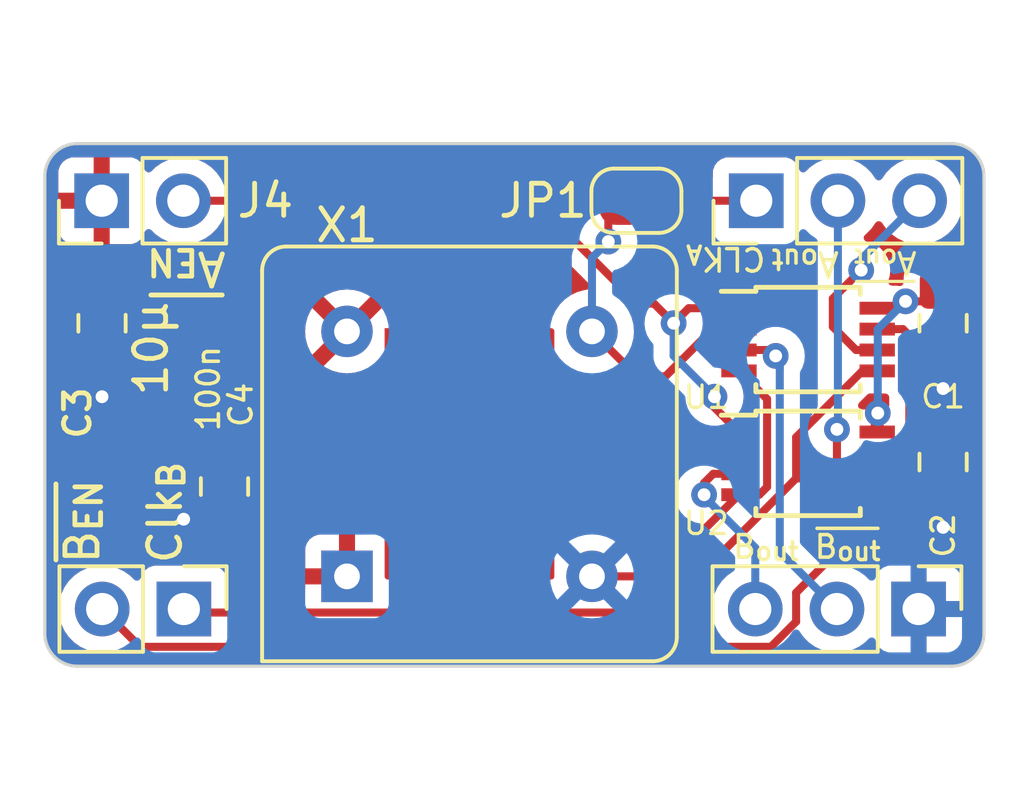
<source format=kicad_pcb>
(kicad_pcb (version 20221018) (generator pcbnew)
  (layers (0 "F.Cu" signal) (31 "B.Cu" signal) (34 "B.Paste" user) (35 "F.Paste" user) (36 "B.SilkS" user "B.Silkscreen") (37 "F.SilkS" user "F.Silkscreen") (38 "B.Mask" user) (39 "F.Mask" user) (44 "Edge.Cuts" user))
  (net 0 "")
  (net 1 "VCC")
  (net 2 "GND")
  (net 3 "/Clk_{A}")
  (net 4 "/A_{out}")
  (net 5 "/~{A_{out}}")
  (net 6 "/Clk_{B}")
  (net 7 "/B_{out}")
  (net 8 "/~{B_{out}}")
  (net 9 "Net-(JP1-B)")
  (net 10 "/Clk_{A}_Enable")
  (net 11 "/Clk_{B}_enable")
  (footprint "Package_SO:TSSOP-8_3x3mm_P0.65mm" (layer "F.Cu") (at 68.952 52.578)
    (fp_text reference "U1" (at -3.166 1.793) (layer "F.SilkS") (effects (font (size 0.7 0.7) (thickness 0.1))))
    (fp_text value "74LVC2G240")
    (fp_line (start -1.625 -1.625) (end -1.625 -1.5) (stroke (width 0.15)) (layer "F.SilkS"))
    (fp_line (start -1.625 -1.625) (end 1.625 -1.625) (stroke (width 0.15)) (layer "F.SilkS"))
    (fp_line (start -1.625 -1.5) (end -2.7 -1.5) (stroke (width 0.15)) (layer "F.SilkS"))
    (fp_line (start -1.625 1.625) (end -1.625 1.4) (stroke (width 0.15)) (layer "F.SilkS"))
    (fp_line (start -1.625 1.625) (end 1.625 1.625) (stroke (width 0.15)) (layer "F.SilkS"))
    (fp_line (start 1.625 -1.625) (end 1.625 -1.4) (stroke (width 0.15)) (layer "F.SilkS"))
    (fp_line (start 1.625 1.625) (end 1.625 1.4) (stroke (width 0.15)) (layer "F.SilkS"))
    (pad "1" smd rect (at -2.15 -0.975) (size 1.1 0.4) (layers "F.Cu" "F.Paste" "F.Mask") (net 10 "/Clk_{A}_Enable"))
    (pad "2" smd rect (at -2.15 -0.325) (size 1.1 0.4) (layers "F.Cu" "F.Paste" "F.Mask") (net 9 "Net-(JP1-B)"))
    (pad "3" smd rect (at -2.15 0.325) (size 1.1 0.4) (layers "F.Cu" "F.Paste" "F.Mask") (net 8 "/~{B_{out}}"))
    (pad "4" smd rect (at -2.15 0.975) (size 1.1 0.4) (layers "F.Cu" "F.Paste" "F.Mask") (net 2 "GND"))
    (pad "5" smd rect (at 2.15 0.975) (size 1.1 0.4) (layers "F.Cu" "F.Paste" "F.Mask") (net 6 "/Clk_{B}"))
    (pad "6" smd rect (at 2.15 0.325) (size 1.1 0.4) (layers "F.Cu" "F.Paste" "F.Mask") (net 5 "/~{A_{out}}"))
    (pad "7" smd rect (at 2.15 -0.325) (size 1.1 0.4) (layers "F.Cu" "F.Paste" "F.Mask") (net 11 "/Clk_{B}_enable"))
    (pad "8" smd rect (at 2.15 -0.975) (size 1.1 0.4) (layers "F.Cu" "F.Paste" "F.Mask") (net 1 "VCC"))
  )
  (footprint "Capacitor_SMD:C_0805_2012Metric_Pad1.18x1.45mm_HandSolder" (layer "F.Cu") (at 50.8 57.15 -90)
    (fp_text reference "C4" (at -2.54 -0.508 90) (layer "F.SilkS") (effects (font (size 0.7 0.7) (thickness 0.11))))
    (fp_text value "100n" (at -3.048 0.508 -90) (layer "F.SilkS") (effects (font (size 0.7 0.7) (thickness 0.11))))
    (fp_line (start -0.261252 -0.735) (end 0.261252 -0.735) (stroke (width 0.12)) (layer "F.SilkS"))
    (fp_line (start -0.261252 0.735) (end 0.261252 0.735) (stroke (width 0.12)) (layer "F.SilkS"))
    (pad "1" smd roundrect (at -1.0375 0 270) (size 1.175 1.45) (layers "F.Cu" "F.Paste" "F.Mask") (roundrect_rratio 0.212766) (net 1 "VCC"))
    (pad "2" smd roundrect (at 1.0375 0 270) (size 1.175 1.45) (layers "F.Cu" "F.Paste" "F.Mask") (roundrect_rratio 0.212766) (net 2 "GND"))
  )
  (footprint "Connector_PinHeader_2.54mm:PinHeader_1x03_P2.54mm_Vertical" (layer "F.Cu") (at 67.34 48.26 90)
    (fp_text reference "J3" hide)
    (fp_text value "Conn_01x03_Pin")
    (fp_line (start -1.33 -1.33) (end 0 -1.33) (stroke (width 0.12)) (layer "F.SilkS"))
    (fp_line (start -1.33 0) (end -1.33 -1.33) (stroke (width 0.12)) (layer "F.SilkS"))
    (fp_line (start -1.33 1.27) (end -1.33 6.41) (stroke (width 0.12)) (layer "F.SilkS"))
    (fp_line (start -1.33 1.27) (end 1.33 1.27) (stroke (width 0.12)) (layer "F.SilkS"))
    (fp_line (start -1.33 6.41) (end 1.33 6.41) (stroke (width 0.12)) (layer "F.SilkS"))
    (fp_line (start 1.33 1.27) (end 1.33 6.41) (stroke (width 0.12)) (layer "F.SilkS"))
    (pad "1" thru_hole rect (at 0 0 90) (size 1.7 1.7) (drill 1) (layers "*.Cu" "*.Mask") (net 3 "/Clk_{A}"))
    (pad "2" thru_hole oval (at 0 2.54 90) (size 1.7 1.7) (drill 1) (layers "*.Cu" "*.Mask") (net 4 "/A_{out}"))
    (pad "3" thru_hole oval (at 0 5.08 90) (size 1.7 1.7) (drill 1) (layers "*.Cu" "*.Mask") (net 5 "/~{A_{out}}"))
  )
  (footprint "Capacitor_SMD:C_0805_2012Metric_Pad1.18x1.45mm_HandSolder" (layer "F.Cu") (at 73.152 52.07 -90)
    (fp_text reference "C1" (at 2.286 0 180) (layer "F.SilkS") (effects (font (size 0.7 0.7) (thickness 0.1))))
    (fp_text value "100n")
    (fp_line (start -0.261252 -0.735) (end 0.261252 -0.735) (stroke (width 0.12)) (layer "F.SilkS"))
    (fp_line (start -0.261252 0.735) (end 0.261252 0.735) (stroke (width 0.12)) (layer "F.SilkS"))
    (pad "1" smd roundrect (at -1.0375 0 270) (size 1.175 1.45) (layers "F.Cu" "F.Paste" "F.Mask") (roundrect_rratio 0.212766) (net 1 "VCC"))
    (pad "2" smd roundrect (at 1.0375 0 270) (size 1.175 1.45) (layers "F.Cu" "F.Paste" "F.Mask") (roundrect_rratio 0.212766) (net 2 "GND"))
  )
  (footprint "Jumper:SolderJumper-2_P1.3mm_Open_RoundedPad1.0x1.5mm" (layer "F.Cu") (at 63.612 48.26 180)
    (fp_text reference "JP1" (at 2.906 0) (layer "F.SilkS"))
    (fp_text value "Jumper_2_Open")
    (fp_line (start -1.4 0.3) (end -1.4 -0.3) (stroke (width 0.12)) (layer "F.SilkS"))
    (fp_line (start -0.7 -1) (end 0.7 -1) (stroke (width 0.12)) (layer "F.SilkS"))
    (fp_line (start 0.7 1) (end -0.7 1) (stroke (width 0.12)) (layer "F.SilkS"))
    (fp_line (start 1.4 -0.3) (end 1.4 0.3) (stroke (width 0.12)) (layer "F.SilkS"))
    (fp_arc (start -1.4 -0.3) (mid -1.194975 -0.794975) (end -0.7 -1) (stroke (width 0.12)) (layer "F.SilkS"))
    (fp_arc (start -0.7 1) (mid -1.194975 0.794975) (end -1.4 0.3) (stroke (width 0.12)) (layer "F.SilkS"))
    (fp_arc (start 0.7 -1) (mid 1.194975 -0.794975) (end 1.4 -0.3) (stroke (width 0.12)) (layer "F.SilkS"))
    (fp_arc (start 1.4 0.3) (mid 1.194975 0.794975) (end 0.7 1) (stroke (width 0.12)) (layer "F.SilkS"))
    (pad "1" smd custom (at -0.65 0 180) (size 1 0.5) (layers "F.Cu" "F.Mask") (net 3 "/Clk_{A}") (options (clearance outline) (anchor rect)) (primitives (gr_circle (center 0 0.25) (end 0.5 0.25) (width 0) (fill yes)) (gr_circle (center 0 -0.25) (end 0.5 -0.25) (width 0) (fill yes)) (gr_poly (pts (xy 0.5 0.75) (xy 0 0.75) (xy 0 -0.75) (xy 0.5 -0.75)) (width 0) (fill yes))))
    (pad "2" smd custom (at 0.65 0 180) (size 1 0.5) (layers "F.Cu" "F.Mask") (net 9 "Net-(JP1-B)") (options (clearance outline) (anchor rect)) (primitives (gr_circle (center 0 0.25) (end 0.5 0.25) (width 0) (fill yes)) (gr_circle (center 0 -0.25) (end 0.5 -0.25) (width 0) (fill yes)) (gr_poly (pts (xy 0 0.75) (xy -0.5 0.75) (xy -0.5 -0.75) (xy 0 -0.75)) (width 0) (fill yes))))
  )
  (footprint "Connector_PinHeader_2.54mm:PinHeader_1x02_P2.54mm_Vertical" (layer "F.Cu") (at 49.535 60.96 -90)
    (fp_text reference "J5" hide)
    (fp_text value "Conn_01x02_Pin")
    (fp_line (start -1.33 -1.33) (end 0 -1.33) (stroke (width 0.12)) (layer "F.SilkS"))
    (fp_line (start -1.33 0) (end -1.33 -1.33) (stroke (width 0.12)) (layer "F.SilkS"))
    (fp_line (start -1.33 1.27) (end -1.33 3.87) (stroke (width 0.12)) (layer "F.SilkS"))
    (fp_line (start -1.33 1.27) (end 1.33 1.27) (stroke (width 0.12)) (layer "F.SilkS"))
    (fp_line (start -1.33 3.87) (end 1.33 3.87) (stroke (width 0.12)) (layer "F.SilkS"))
    (fp_line (start 1.33 1.27) (end 1.33 3.87) (stroke (width 0.12)) (layer "F.SilkS"))
    (pad "1" thru_hole rect (at 0 0 270) (size 1.7 1.7) (drill 1) (layers "*.Cu" "*.Mask") (net 6 "/Clk_{B}"))
    (pad "2" thru_hole oval (at 0 2.54 270) (size 1.7 1.7) (drill 1) (layers "*.Cu" "*.Mask") (net 11 "/Clk_{B}_enable"))
  )
  (footprint "Capacitor_SMD:C_0805_2012Metric_Pad1.18x1.45mm_HandSolder" (layer "F.Cu") (at 73.152 56.388 90)
    (fp_text reference "C2" (at -2.286 0 90) (layer "F.SilkS") (effects (font (size 0.7 0.7) (thickness 0.11))))
    (fp_text value "100n")
    (fp_line (start -0.261252 -0.735) (end 0.261252 -0.735) (stroke (width 0.12)) (layer "F.SilkS"))
    (fp_line (start -0.261252 0.735) (end 0.261252 0.735) (stroke (width 0.12)) (layer "F.SilkS"))
    (pad "1" smd roundrect (at -1.0375 0 90) (size 1.175 1.45) (layers "F.Cu" "F.Paste" "F.Mask") (roundrect_rratio 0.212766) (net 2 "GND"))
    (pad "2" smd roundrect (at 1.0375 0 90) (size 1.175 1.45) (layers "F.Cu" "F.Paste" "F.Mask") (roundrect_rratio 0.212766) (net 1 "VCC"))
  )
  (footprint "Package_SO:TSSOP-8_3x3mm_P0.65mm" (layer "F.Cu") (at 68.952 56.429)
    (fp_text reference "U2" (at -3.166 1.864 180) (layer "F.SilkS") (effects (font (size 0.7 0.7) (thickness 0.1) bold)))
    (fp_text value "74LVC2G125")
    (fp_line (start -1.625 -1.625) (end -1.625 -1.5) (stroke (width 0.15)) (layer "F.SilkS"))
    (fp_line (start -1.625 -1.625) (end 1.625 -1.625) (stroke (width 0.15)) (layer "F.SilkS"))
    (fp_line (start -1.625 -1.5) (end -2.7 -1.5) (stroke (width 0.15)) (layer "F.SilkS"))
    (fp_line (start -1.625 1.625) (end -1.625 1.4) (stroke (width 0.15)) (layer "F.SilkS"))
    (fp_line (start -1.625 1.625) (end 1.625 1.625) (stroke (width 0.15)) (layer "F.SilkS"))
    (fp_line (start 1.625 -1.625) (end 1.625 -1.4) (stroke (width 0.15)) (layer "F.SilkS"))
    (fp_line (start 1.625 1.625) (end 1.625 1.4) (stroke (width 0.15)) (layer "F.SilkS"))
    (pad "1" smd rect (at -2.15 -0.975) (size 1.1 0.4) (layers "F.Cu" "F.Paste" "F.Mask") (net 10 "/Clk_{A}_Enable"))
    (pad "2" smd rect (at -2.15 -0.325) (size 1.1 0.4) (layers "F.Cu" "F.Paste" "F.Mask") (net 9 "Net-(JP1-B)"))
    (pad "3" smd rect (at -2.15 0.325) (size 1.1 0.4) (layers "F.Cu" "F.Paste" "F.Mask") (net 7 "/B_{out}"))
    (pad "4" smd rect (at -2.15 0.975) (size 1.1 0.4) (layers "F.Cu" "F.Paste" "F.Mask") (net 2 "GND"))
    (pad "5" smd rect (at 2.15 0.975) (size 1.1 0.4) (layers "F.Cu" "F.Paste" "F.Mask") (net 6 "/Clk_{B}"))
    (pad "6" smd rect (at 2.15 0.325) (size 1.1 0.4) (layers "F.Cu" "F.Paste" "F.Mask") (net 4 "/A_{out}"))
    (pad "7" smd rect (at 2.15 -0.325) (size 1.1 0.4) (layers "F.Cu" "F.Paste" "F.Mask") (net 11 "/Clk_{B}_enable"))
    (pad "8" smd rect (at 2.15 -0.975) (size 1.1 0.4) (layers "F.Cu" "F.Paste" "F.Mask") (net 1 "VCC"))
  )
  (footprint "Oscillator:Oscillator_DIP-8" (layer "F.Cu") (at 54.61 59.944)
    (fp_text reference "X1" (at 0 -10.922) (layer "F.SilkS"))
    (fp_text value "CXO_DIP8")
    (fp_line (start -2.64 -9.51) (end -2.64 2.64) (stroke (width 0.12)) (layer "F.SilkS"))
    (fp_line (start -2.64 2.64) (end 9.51 2.64) (stroke (width 0.12)) (layer "F.SilkS"))
    (fp_line (start 9.51 -10.26) (end -1.89 -10.26) (stroke (width 0.12)) (layer "F.SilkS"))
    (fp_line (start 10.26 1.89) (end 10.26 -9.51) (stroke (width 0.12)) (layer "F.SilkS"))
    (fp_arc (start -2.64 -9.51) (mid -2.42033 -10.04033) (end -1.89 -10.26) (stroke (width 0.12)) (layer "F.SilkS"))
    (fp_arc (start 9.51 -10.26) (mid 10.04033 -10.04033) (end 10.26 -9.51) (stroke (width 0.12)) (layer "F.SilkS"))
    (fp_arc (start 10.26 1.89) (mid 10.04033 2.42033) (end 9.51 2.64) (stroke (width 0.12)) (layer "F.SilkS"))
    (pad "1" thru_hole rect (at 0 0) (size 1.6 1.6) (drill 0.8) (layers "*.Cu" "*.Mask") (net 1 "VCC"))
    (pad "4" thru_hole circle (at 7.62 0) (size 1.6 1.6) (drill 0.8) (layers "*.Cu" "*.Mask") (net 2 "GND"))
    (pad "5" thru_hole circle (at 7.62 -7.62) (size 1.6 1.6) (drill 0.8) (layers "*.Cu" "*.Mask") (net 9 "Net-(JP1-B)"))
    (pad "8" thru_hole circle (at 0 -7.62) (size 1.6 1.6) (drill 0.8) (layers "*.Cu" "*.Mask") (net 1 "VCC"))
  )
  (footprint "Connector_PinHeader_2.54mm:PinHeader_1x03_P2.54mm_Vertical" (layer "F.Cu") (at 72.39 60.96 -90)
    (fp_text reference "J6" hide)
    (fp_text value "Conn_01x03_Pin")
    (fp_line (start -1.33 -1.33) (end 0 -1.33) (stroke (width 0.12)) (layer "F.SilkS"))
    (fp_line (start -1.33 0) (end -1.33 -1.33) (stroke (width 0.12)) (layer "F.SilkS"))
    (fp_line (start -1.33 1.27) (end -1.33 6.41) (stroke (width 0.12)) (layer "F.SilkS"))
    (fp_line (start -1.33 1.27) (end 1.33 1.27) (stroke (width 0.12)) (layer "F.SilkS"))
    (fp_line (start -1.33 6.41) (end 1.33 6.41) (stroke (width 0.12)) (layer "F.SilkS"))
    (fp_line (start 1.33 1.27) (end 1.33 6.41) (stroke (width 0.12)) (layer "F.SilkS"))
    (pad "1" thru_hole rect (at 0 0 270) (size 1.7 1.7) (drill 1) (layers "*.Cu" "*.Mask") (net 2 "GND"))
    (pad "2" thru_hole oval (at 0 2.54 270) (size 1.7 1.7) (drill 1) (layers "*.Cu" "*.Mask") (net 8 "/~{B_{out}}"))
    (pad "3" thru_hole oval (at 0 5.08 270) (size 1.7 1.7) (drill 1) (layers "*.Cu" "*.Mask") (net 7 "/B_{out}"))
  )
  (footprint "Capacitor_SMD:C_0805_2012Metric_Pad1.18x1.45mm_HandSolder" (layer "F.Cu") (at 46.99 52.07 -90)
    (fp_text reference "C3" (at 2.794 0.762 90) (layer "F.SilkS") (effects (font (size 0.8 0.8))))
    (fp_text value "10µ" (at 0.762 -1.524 90) (layer "F.SilkS"))
    (fp_line (start -0.261252 -0.735) (end 0.261252 -0.735) (stroke (width 0.12)) (layer "F.SilkS"))
    (fp_line (start -0.261252 0.735) (end 0.261252 0.735) (stroke (width 0.12)) (layer "F.SilkS"))
    (pad "1" smd roundrect (at -1.0375 0 270) (size 1.175 1.45) (layers "F.Cu" "F.Paste" "F.Mask") (roundrect_rratio 0.212766) (net 1 "VCC"))
    (pad "2" smd roundrect (at 1.0375 0 270) (size 1.175 1.45) (layers "F.Cu" "F.Paste" "F.Mask") (roundrect_rratio 0.212766) (net 2 "GND"))
  )
  (footprint "Connector_PinHeader_2.54mm:PinHeader_1x02_P2.54mm_Vertical" (layer "F.Cu") (at 46.98 48.26 90)
    (fp_text reference "J4" (at 0 5.09 180) (layer "F.SilkS"))
    (fp_text value "Conn_01x02_Pin")
    (fp_line (start -1.33 -1.33) (end 0 -1.33) (stroke (width 0.12)) (layer "F.SilkS"))
    (fp_line (start -1.33 0) (end -1.33 -1.33) (stroke (width 0.12)) (layer "F.SilkS"))
    (fp_line (start -1.33 1.27) (end -1.33 3.87) (stroke (width 0.12)) (layer "F.SilkS"))
    (fp_line (start -1.33 1.27) (end 1.33 1.27) (stroke (width 0.12)) (layer "F.SilkS"))
    (fp_line (start -1.33 3.87) (end 1.33 3.87) (stroke (width 0.12)) (layer "F.SilkS"))
    (fp_line (start 1.33 1.27) (end 1.33 3.87) (stroke (width 0.12)) (layer "F.SilkS"))
    (pad "1" thru_hole rect (at 0 0 90) (size 1.7 1.7) (drill 1) (layers "*.Cu" "*.Mask") (net 1 "VCC"))
    (pad "2" thru_hole oval (at 0 2.54 90) (size 1.7 1.7) (drill 1) (layers "*.Cu" "*.Mask") (net 10 "/Clk_{A}_Enable"))
  )
  (gr_rect (start 55.88 52.324) (end 60.96 59.944) (stroke (width 0.2)) (fill none) (layer "F.Cu"))
  (gr_arc (start 74.422 61.722) (mid 74.12442 62.44042) (end 73.406 62.738) (stroke (width 0.1)) (layer "Edge.Cuts"))
  (gr_line (start 46.228 46.482) (end 73.406 46.482) (stroke (width 0.1)) (layer "Edge.Cuts"))
  (gr_line (start 45.212 61.722) (end 45.212 47.498) (stroke (width 0.1)) (layer "Edge.Cuts"))
  (gr_line (start 74.422 47.498) (end 74.422 61.722) (stroke (width 0.1)) (layer "Edge.Cuts"))
  (gr_line (start 73.406 62.738) (end 46.228 62.738) (stroke (width 0.1)) (layer "Edge.Cuts"))
  (gr_arc (start 45.212 47.498) (mid 45.50958 46.77958) (end 46.228 46.482) (stroke (width 0.1)) (layer "Edge.Cuts"))
  (gr_arc (start 46.228 62.738) (mid 45.50958 62.44042) (end 45.212 61.722) (stroke (width 0.1)) (layer "Edge.Cuts"))
  (gr_arc (start 73.406 46.482) (mid 74.12442 46.77958) (end 74.422 47.498) (stroke (width 0.1)) (layer "Edge.Cuts"))
  (gr_text "~{B_{EN}}" (at 46.965 59.63 90) (layer "F.SilkS") (effects (font (size 1 1)) (justify left bottom)))
  (gr_text "Clk_{B}" (at 49.535 59.63 90) (layer "F.SilkS") (effects (font (size 1 1)) (justify left bottom)))
  (gr_text "~{A_{EN}}" (at 50.927 49.784 180) (layer "F.SilkS") (effects (font (size 1 1)) (justify left bottom)))
  (gr_text "B_{out}" (at 66.548 59.436) (layer "F.SilkS") (effects (font (size 0.7 0.7) (thickness 0.11)) (justify left bottom)))
  (gr_text "A_{out}" (at 69.977 49.784 180) (layer "F.SilkS") (effects (font (size 0.75 0.75) (thickness 0.11)) (justify left bottom)))
  (gr_text "~{A_{out}}" (at 72.39 49.784 180) (layer "F.SilkS") (effects (font (size 0.7 0.7) (thickness 0.1) bold) (justify left bottom)))
  (gr_text "CLK_{A}" (at 67.691 49.657 180) (layer "F.SilkS") (effects (font (size 0.7 0.7) (thickness 0.11)) (justify left bottom)))
  (gr_text "~{B_{out}}" (at 69.088 59.436) (layer "F.SilkS") (effects (font (size 0.7 0.7) (thickness 0.11)) (justify left bottom)))
  (segment (start 74.202 54.3005) (end 74.202 52.0825) (width 0.25) (layer "F.Cu") (net 1))
  (segment (start 71.102 54.882) (end 71.12 54.864) (width 0.25) (layer "F.Cu") (net 1))
  (segment (start 71.102 55.454) (end 71.102 54.882) (width 0.25) (layer "F.Cu") (net 1))
  (segment (start 73.152 55.3505) (end 74.202 54.3005) (width 0.25) (layer "F.Cu") (net 1))
  (segment (start 74.202 52.0825) (end 73.152 51.0325) (width 0.25) (layer "F.Cu") (net 1))
  (segment (start 72.795455 51.389045) (end 73.152 51.0325) (width 0.25) (layer "F.Cu") (net 1))
  (segment (start 71.983688 51.389045) (end 72.795455 51.389045) (width 0.25) (layer "F.Cu") (net 1))
  (via (at 71.12 54.864) (size 0.8) (drill 0.4) (layers "F.Cu" "B.Cu") (net 1))
  (via (at 71.983688 51.389045) (size 0.8) (drill 0.4) (layers "F.Cu" "B.Cu") (net 1))
  (segment (start 71.12 54.864) (end 71.12 52.252733) (width 0.25) (layer "B.Cu") (net 1))
  (segment (start 71.12 52.252733) (end 71.983688 51.389045) (width 0.25) (layer "B.Cu") (net 1))
  (segment (start 67.677 54.428) (end 66.802 53.553) (width 0.25) (layer "F.Cu") (net 2))
  (segment (start 46.99 53.1075) (end 46.99 54.356) (width 0.25) (layer "F.Cu") (net 2))
  (segment (start 64.262 59.944) (end 62.23 59.944) (width 0.25) (layer "F.Cu") (net 2))
  (segment (start 66.802 57.404) (end 64.262 59.944) (width 0.25) (layer "F.Cu") (net 2))
  (segment (start 73.152 57.4255) (end 73.152 58.42) (width 0.25) (layer "F.Cu") (net 2))
  (segment (start 67.677 57.162604) (end 67.677 54.428) (width 0.25) (layer "F.Cu") (net 2))
  (segment (start 73.152 53.1075) (end 73.152 54.102) (width 0.25) (layer "F.Cu") (net 2))
  (segment (start 49.5515 58.1875) (end 49.53 58.166) (width 0.25) (layer "F.Cu") (net 2))
  (segment (start 50.8 58.1875) (end 49.5515 58.1875) (width 0.25) (layer "F.Cu") (net 2))
  (segment (start 66.802 57.404) (end 67.435604 57.404) (width 0.25) (layer "F.Cu") (net 2))
  (segment (start 67.435604 57.404) (end 67.677 57.162604) (width 0.25) (layer "F.Cu") (net 2))
  (via (at 46.99 54.356) (size 0.8) (drill 0.4) (layers "F.Cu" "B.Cu") (net 2))
  (via (at 73.152 54.102) (size 0.8) (drill 0.4) (layers "F.Cu" "B.Cu") (net 2))
  (via (at 73.152 58.42) (size 0.8) (drill 0.4) (layers "F.Cu" "B.Cu") (net 2))
  (via (at 49.53 58.166) (size 0.8) (drill 0.4) (layers "F.Cu" "B.Cu") (net 2))
  (segment (start 64.262 48.26) (end 67.34 48.26) (width 0.25) (layer "F.Cu") (net 3))
  (segment (start 70.302 56.754) (end 71.102 56.754) (width 0.25) (layer "F.Cu") (net 4))
  (segment (start 69.85 55.372) (end 69.85 56.302) (width 0.25) (layer "F.Cu") (net 4))
  (segment (start 69.85 56.302) (end 70.302 56.754) (width 0.25) (layer "F.Cu") (net 4))
  (via (at 69.85 55.372) (size 0.8) (drill 0.4) (layers "F.Cu" "B.Cu") (net 4))
  (segment (start 69.88 48.26) (end 69.88 55.342) (width 0.25) (layer "B.Cu") (net 4))
  (segment (start 69.88 55.342) (end 69.85 55.372) (width 0.25) (layer "B.Cu") (net 4))
  (segment (start 69.723 51.3005) (end 69.723 52.182) (width 0.25) (layer "F.Cu") (net 5))
  (segment (start 69.723 52.182) (end 70.444 52.903) (width 0.25) (layer "F.Cu") (net 5))
  (segment (start 70.444 52.903) (end 71.102 52.903) (width 0.25) (layer "F.Cu") (net 5))
  (segment (start 70.6045 50.419) (end 69.723 51.3005) (width 0.25) (layer "F.Cu") (net 5))
  (via (at 70.6045 50.419) (size 0.8) (drill 0.4) (layers "F.Cu" "B.Cu") (net 5))
  (segment (start 72.42 48.26) (end 70.6045 50.0755) (width 0.25) (layer "B.Cu") (net 5))
  (segment (start 70.6045 50.0755) (end 70.6045 50.419) (width 0.25) (layer "B.Cu") (net 5))
  (segment (start 70.643695 53.553) (end 71.102 53.553) (width 0.25) (layer "F.Cu") (net 6))
  (segment (start 68.58 56.896) (end 68.58 55.616695) (width 0.25) (layer "F.Cu") (net 6))
  (segment (start 49.644 61.069) (end 64.407 61.069) (width 0.25) (layer "F.Cu") (net 6))
  (segment (start 68.58 55.616695) (end 70.643695 53.553) (width 0.25) (layer "F.Cu") (net 6))
  (segment (start 68.58 56.896) (end 69.342 56.896) (width 0.25) (layer "F.Cu") (net 6))
  (segment (start 69.85 57.404) (end 71.102 57.404) (width 0.25) (layer "F.Cu") (net 6))
  (segment (start 64.407 61.069) (end 68.58 56.896) (width 0.25) (layer "F.Cu") (net 6))
  (segment (start 69.342 56.896) (end 69.85 57.404) (width 0.25) (layer "F.Cu") (net 6))
  (segment (start 49.535 60.96) (end 49.644 61.069) (width 0.25) (layer "F.Cu") (net 6))
  (segment (start 65.717911 57.404) (end 65.717911 57.038089) (width 0.25) (layer "F.Cu") (net 7))
  (segment (start 66.002 56.754) (end 66.802 56.754) (width 0.25) (layer "F.Cu") (net 7))
  (segment (start 65.717911 57.038089) (end 66.002 56.754) (width 0.25) (layer "F.Cu") (net 7))
  (segment (start 66.785521 56.770479) (end 66.802 56.754) (width 0.25) (layer "F.Cu") (net 7))
  (via (at 65.717911 57.404) (size 0.8) (drill 0.4) (layers "F.Cu" "B.Cu") (net 7))
  (segment (start 65.717911 57.404) (end 65.717911 57.462911) (width 0.25) (layer "B.Cu") (net 7))
  (segment (start 65.717911 57.462911) (end 67.31 59.055) (width 0.25) (layer "B.Cu") (net 7))
  (segment (start 67.31 59.055) (end 67.31 60.96) (width 0.25) (layer "B.Cu") (net 7))
  (segment (start 67.762 52.903) (end 66.802 52.903) (width 0.25) (layer "F.Cu") (net 8))
  (segment (start 67.945 53.086) (end 67.762 52.903) (width 0.25) (layer "F.Cu") (net 8))
  (via (at 67.945 53.086) (size 0.8) (drill 0.4) (layers "F.Cu" "B.Cu") (net 8))
  (segment (start 68.072 53.213) (end 67.945 53.086) (width 0.25) (layer "B.Cu") (net 8))
  (segment (start 68.072 53.467) (end 68.072 53.213) (width 0.25) (layer "B.Cu") (net 8))
  (segment (start 69.85 60.96) (end 68.072 59.182) (width 0.25) (layer "B.Cu") (net 8))
  (segment (start 68.072 59.182) (end 68.072 53.467) (width 0.25) (layer "B.Cu") (net 8))
  (segment (start 64.77 54.864) (end 64.0715 54.1655) (width 0.25) (layer "F.Cu") (net 9))
  (segment (start 62.738 48.484) (end 62.962 48.26) (width 0.25) (layer "F.Cu") (net 9))
  (segment (start 66.802 56.104) (end 66.002 56.104) (width 0.25) (layer "F.Cu") (net 9))
  (segment (start 66.002 56.104) (end 64.77 54.872) (width 0.25) (layer "F.Cu") (net 9))
  (segment (start 63.627 53.721) (end 62.23 52.324) (width 0.25) (layer "F.Cu") (net 9))
  (segment (start 65.984 52.253) (end 64.516 53.721) (width 0.25) (layer "F.Cu") (net 9))
  (segment (start 64.516 53.721) (end 63.627 53.721) (width 0.25) (layer "F.Cu") (net 9))
  (segment (start 62.738 49.53) (end 62.738 48.484) (width 0.25) (layer "F.Cu") (net 9))
  (segment (start 64.77 54.872) (end 64.77 54.864) (width 0.25) (layer "F.Cu") (net 9))
  (segment (start 66.802 52.253) (end 65.984 52.253) (width 0.25) (layer "F.Cu") (net 9))
  (segment (start 64.0715 54.1655) (end 63.627 53.721) (width 0.25) (layer "F.Cu") (net 9))
  (via (at 62.738 49.53) (size 0.8) (drill 0.4) (layers "F.Cu" "B.Cu") (net 9))
  (segment (start 62.23 50.038) (end 62.738 49.53) (width 0.25) (layer "B.Cu") (net 9))
  (segment (start 62.23 52.324) (end 62.23 50.038) (width 0.25) (layer "B.Cu") (net 9))
  (segment (start 66.04 54.356) (end 66.04 54.692) (width 0.25) (layer "F.Cu") (net 10))
  (segment (start 61.468 49.276) (end 61.468 49.285305) (width 0.25) (layer "F.Cu") (net 10))
  (segment (start 61.468 49.285305) (end 63.643695 51.461) (width 0.25) (layer "F.Cu") (net 10))
  (segment (start 60.452 48.26) (end 61.468 49.276) (width 0.25) (layer "F.Cu") (net 10))
  (segment (start 64.77 52.07) (end 65.237 51.603) (width 0.25) (layer "F.Cu") (net 10))
  (segment (start 63.643695 51.461) (end 64.161 51.461) (width 0.25) (layer "F.Cu") (net 10))
  (segment (start 65.237 51.603) (end 66.802 51.603) (width 0.25) (layer "F.Cu") (net 10))
  (segment (start 66.04 54.692) (end 66.802 55.454) (width 0.25) (layer "F.Cu") (net 10))
  (segment (start 64.161 51.461) (end 64.77 52.07) (width 0.25) (layer "F.Cu") (net 10))
  (segment (start 49.52 48.26) (end 60.452 48.26) (width 0.25) (layer "F.Cu") (net 10))
  (via (at 64.77 52.07) (size 0.8) (drill 0.4) (layers "F.Cu" "B.Cu") (net 10))
  (via (at 66.04 54.356) (size 0.8) (drill 0.4) (layers "F.Cu" "B.Cu") (net 10))
  (segment (start 64.77 53.086) (end 66.04 54.356) (width 0.25) (layer "B.Cu") (net 10))
  (segment (start 64.77 52.07) (end 64.77 53.086) (width 0.25) (layer "B.Cu") (net 10))
  (segment (start 46.995 60.96) (end 48.17 62.135) (width 0.25) (layer "F.Cu") (net 11))
  (segment (start 71.977 57.929) (end 72.102 57.804) (width 0.25) (layer "F.Cu") (net 11))
  (segment (start 67.796701 62.135) (end 68.58 61.351701) (width 0.25) (layer "F.Cu") (net 11))
  (segment (start 68.58 60.452) (end 71.103 57.929) (width 0.25) (layer "F.Cu") (net 11))
  (segment (start 72.102 56.304) (end 71.902 56.104) (width 0.25) (layer "F.Cu") (net 11))
  (segment (start 72.102 52.453) (end 71.902 52.253) (width 0.25) (layer "F.Cu") (net 11))
  (segment (start 71.902 56.104) (end 72.102 55.904) (width 0.25) (layer "F.Cu") (net 11))
  (segment (start 72.102 55.904) (end 72.102 52.453) (width 0.25) (layer "F.Cu") (net 11))
  (segment (start 71.103 57.929) (end 71.977 57.929) (width 0.25) (layer "F.Cu") (net 11))
  (segment (start 68.58 61.351701) (end 68.58 60.452) (width 0.25) (layer "F.Cu") (net 11))
  (segment (start 72.102 57.804) (end 72.102 56.304) (width 0.25) (layer "F.Cu") (net 11))
  (segment (start 48.17 62.135) (end 67.796701 62.135) (width 0.25) (layer "F.Cu") (net 11))
  (segment (start 71.102 56.104) (end 71.902 56.104) (width 0.25) (layer "F.Cu") (net 11))
  (segment (start 71.902 52.253) (end 71.102 52.253) (width 0.25) (layer "F.Cu") (net 11))
  (zone (net 1) (net_name "VCC") (layer "F.Cu") (connect_pads (clearance 0.5)) (min_thickness 0.25) (fill yes (thermal_gap 0.5) (thermal_bridge_width 0.5))
    (polygon (pts (xy 45.212 64.008) (xy 45.212 45.212) (xy 74.422 45.212) (xy 74.422 64.008)))
  )
  (zone (net 2) (net_name "GND") (layer "B.Cu") (priority 1) (connect_pads (clearance 0.5)) (min_thickness 0.25) (fill yes (thermal_gap 0.5) (thermal_bridge_width 0.5))
    (polygon (pts (xy 45.212 64.008) (xy 45.212 45.212) (xy 74.422 45.212) (xy 74.422 64.008)))
  )
)
</source>
